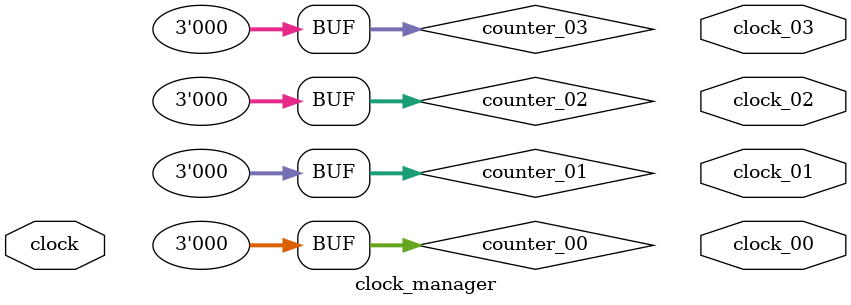
<source format=v>
module clock_manager(clock, clock_00, clock_01, clock_02, clock_03);

input clock;

output clock_00;
output clock_01;
output clock_02;
output clock_03;

reg [2:0]counter_00;
reg [2:0]counter_01;
reg [2:0]counter_02;
reg [2:0]counter_03;

initial begin
	
counter_00 = 0;
counter_01 = 0;
counter_02 = 0;
counter_03 = 0;
end


always @(negedge clock) begin



end
	
	



endmodule
</source>
